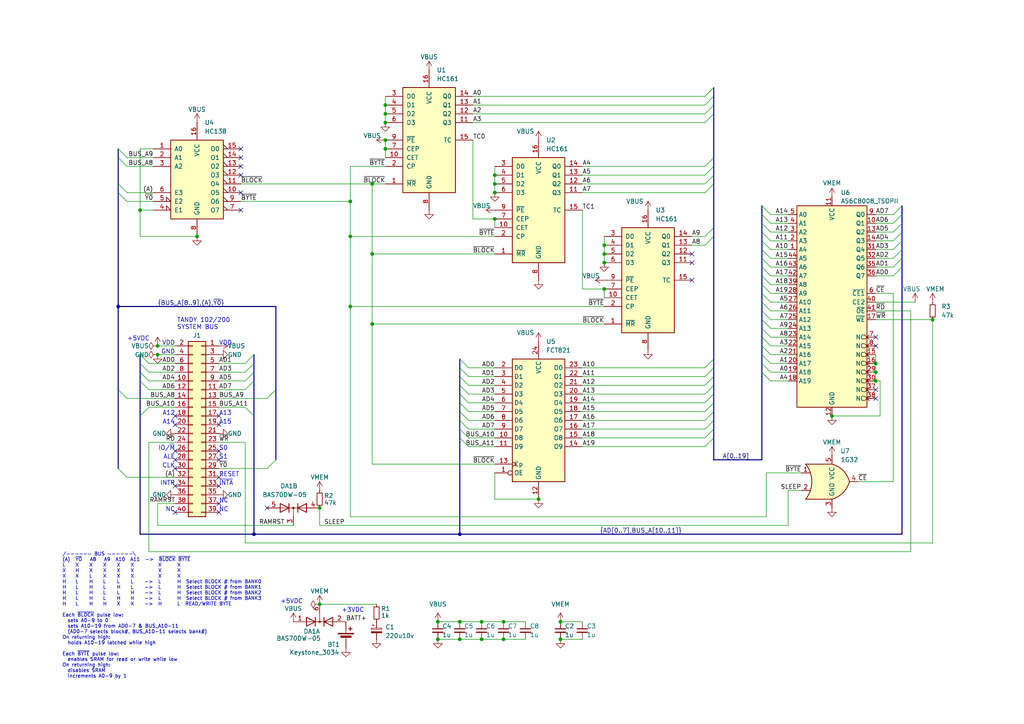
<source format=kicad_sch>
(kicad_sch (version 20231120) (generator "eeschema") (generator_version "8.0")
  (paper "A4")
  (title_block (title "MiniNDP 1M") (date "2024-05-12") (rev "001") (company "Brian K. White - b.kenyon.w@gmail.com") (comment 1 "github.com/bkw777/NODE_DATAPAC") (comment 2 "Use with RAM100.CO or RAM200.CO") (comment 3 "Work-alike of NODE Systems DATAPAC / RAMPAC"))
  (junction (at 143.51 53.34))
  (junction (at 127 180.34))
  (junction (at 175.26 71.12))
  (junction (at 146.05 180.34))
  (junction (at 101.6 88.9))
  (junction (at 175.26 73.66))
  (junction (at 45.72 100.33))
  (junction (at 111.76 40.64))
  (junction (at 101.6 58.42))
  (junction (at 162.56 180.34))
  (junction (at 45.72 102.87))
  (junction (at 156.21 144.78))
  (junction (at 146.05 185.42))
  (junction (at 143.51 63.5))
  (junction (at 133.35 180.34))
  (junction (at 73.66 154.94))
  (junction (at 175.26 83.82))
  (junction (at 92.71 147.32))
  (junction (at 175.26 76.2))
  (junction (at 143.51 55.88))
  (junction (at 133.35 154.94))
  (junction (at 92.71 175.26))
  (junction (at 139.7 185.42))
  (junction (at 254 107.95))
  (junction (at 127 185.42))
  (junction (at 111.76 43.18))
  (junction (at 107.95 53.34))
  (junction (at 111.76 30.48))
  (junction (at 57.15 68.58))
  (junction (at 40.64 60.96))
  (junction (at 133.35 185.42))
  (junction (at 101.6 68.58))
  (junction (at 139.7 180.34))
  (junction (at 254 110.49))
  (junction (at 107.95 93.98))
  (junction (at 34.29 88.9))
  (junction (at 111.76 33.02))
  (junction (at 107.95 73.66))
  (junction (at 241.3 120.65))
  (junction (at 111.76 35.56))
  (junction (at 270.51 92.71))
  (junction (at 254 105.41))
  (junction (at 143.51 50.8))
  (junction (at 162.56 185.42))
  (no_connect (at 63.5 138.43))
  (no_connect (at 200.66 73.66))
  (no_connect (at 69.85 50.8))
  (no_connect (at 63.5 123.19))
  (no_connect (at 254 97.79))
  (no_connect (at 254 115.57))
  (no_connect (at 50.8 148.59))
  (no_connect (at 63.5 130.81))
  (no_connect (at 63.5 148.59))
  (no_connect (at 69.85 60.96))
  (no_connect (at 254 113.03))
  (no_connect (at 50.8 130.81))
  (no_connect (at 200.66 81.28))
  (no_connect (at 50.8 120.65))
  (no_connect (at 69.85 55.88))
  (no_connect (at 50.8 123.19))
  (no_connect (at 69.85 43.18))
  (no_connect (at 50.8 140.97))
  (no_connect (at 69.85 45.72))
  (no_connect (at 254 100.33))
  (no_connect (at 200.66 76.2))
  (no_connect (at 50.8 133.35))
  (no_connect (at 50.8 135.89))
  (no_connect (at 63.5 146.05))
  (no_connect (at 63.5 120.65))
  (no_connect (at 63.5 133.35))
  (no_connect (at 63.5 140.97))
  (no_connect (at 69.85 48.26))
  (no_connect (at 77.47 147.32))
  (bus_entry (at 204.47 71.12) (size 2.54 -2.54))
  (bus_entry (at 259.08 64.77) (size 2.54 -2.54))
  (bus_entry (at 204.47 27.94) (size 2.54 -2.54))
  (bus_entry (at 43.18 110.49) (size -2.54 -2.54))
  (bus_entry (at 133.35 124.46) (size 2.54 2.54))
  (bus_entry (at 204.47 35.56) (size 2.54 -2.54))
  (bus_entry (at 223.52 72.39) (size -2.54 -2.54))
  (bus_entry (at 204.47 129.54) (size 2.54 -2.54))
  (bus_entry (at 40.64 120.65) (size 2.54 -2.54))
  (bus_entry (at 204.47 116.84) (size 2.54 -2.54))
  (bus_entry (at 133.35 127) (size 2.54 2.54))
  (bus_entry (at 223.52 74.93) (size -2.54 -2.54))
  (bus_entry (at 223.52 85.09) (size -2.54 -2.54))
  (bus_entry (at 204.47 119.38) (size 2.54 -2.54))
  (bus_entry (at 133.35 119.38) (size 2.54 2.54))
  (bus_entry (at 34.29 53.34) (size 2.54 2.54))
  (bus_entry (at 43.18 113.03) (size -2.54 -2.54))
  (bus_entry (at 223.52 97.79) (size -2.54 -2.54))
  (bus_entry (at 43.18 105.41) (size -2.54 -2.54))
  (bus_entry (at 34.29 43.18) (size 2.54 2.54))
  (bus_entry (at 223.52 80.01) (size -2.54 -2.54))
  (bus_entry (at 223.52 77.47) (size -2.54 -2.54))
  (bus_entry (at 223.52 69.85) (size -2.54 -2.54))
  (bus_entry (at 204.47 53.34) (size 2.54 -2.54))
  (bus_entry (at 223.52 82.55) (size -2.54 -2.54))
  (bus_entry (at 223.52 90.17) (size -2.54 -2.54))
  (bus_entry (at 71.12 105.41) (size 2.54 -2.54))
  (bus_entry (at 80.01 133.35) (size -2.54 2.54))
  (bus_entry (at 204.47 111.76) (size 2.54 -2.54))
  (bus_entry (at 223.52 105.41) (size -2.54 -2.54))
  (bus_entry (at 259.08 72.39) (size 2.54 -2.54))
  (bus_entry (at 204.47 121.92) (size 2.54 -2.54))
  (bus_entry (at 223.52 64.77) (size -2.54 -2.54))
  (bus_entry (at 80.01 113.03) (size -2.54 2.54))
  (bus_entry (at 259.08 74.93) (size 2.54 -2.54))
  (bus_entry (at 133.35 121.92) (size 2.54 2.54))
  (bus_entry (at 223.52 102.87) (size -2.54 -2.54))
  (bus_entry (at 34.29 45.72) (size 2.54 2.54))
  (bus_entry (at 204.47 50.8) (size 2.54 -2.54))
  (bus_entry (at 34.29 55.88) (size 2.54 2.54))
  (bus_entry (at 223.52 87.63) (size -2.54 -2.54))
  (bus_entry (at 259.08 80.01) (size 2.54 -2.54))
  (bus_entry (at 259.08 77.47) (size 2.54 -2.54))
  (bus_entry (at 43.18 107.95) (size -2.54 -2.54))
  (bus_entry (at 71.12 113.03) (size 2.54 -2.54))
  (bus_entry (at 204.47 68.58) (size 2.54 -2.54))
  (bus_entry (at 133.35 106.68) (size 2.54 2.54))
  (bus_entry (at 204.47 109.22) (size 2.54 -2.54))
  (bus_entry (at 223.52 92.71) (size -2.54 -2.54))
  (bus_entry (at 259.08 67.31) (size 2.54 -2.54))
  (bus_entry (at 133.35 116.84) (size 2.54 2.54))
  (bus_entry (at 259.08 62.23) (size 2.54 -2.54))
  (bus_entry (at 223.52 100.33) (size -2.54 -2.54))
  (bus_entry (at 223.52 110.49) (size -2.54 -2.54))
  (bus_entry (at 204.47 106.68) (size 2.54 -2.54))
  (bus_entry (at 223.52 95.25) (size -2.54 -2.54))
  (bus_entry (at 204.47 48.26) (size 2.54 -2.54))
  (bus_entry (at 259.08 69.85) (size 2.54 -2.54))
  (bus_entry (at 34.29 113.03) (size 2.54 2.54))
  (bus_entry (at 133.35 114.3) (size 2.54 2.54))
  (bus_entry (at 223.52 107.95) (size -2.54 -2.54))
  (bus_entry (at 204.47 33.02) (size 2.54 -2.54))
  (bus_entry (at 133.35 104.14) (size 2.54 2.54))
  (bus_entry (at 73.66 120.65) (size -2.54 -2.54))
  (bus_entry (at 204.47 114.3) (size 2.54 -2.54))
  (bus_entry (at 223.52 62.23) (size -2.54 -2.54))
  (bus_entry (at 71.12 107.95) (size 2.54 -2.54))
  (bus_entry (at 204.47 127) (size 2.54 -2.54))
  (bus_entry (at 133.35 109.22) (size 2.54 2.54))
  (bus_entry (at 133.35 111.76) (size 2.54 2.54))
  (bus_entry (at 223.52 67.31) (size -2.54 -2.54))
  (bus_entry (at 204.47 124.46) (size 2.54 -2.54))
  (bus_entry (at 36.83 138.43) (size -2.54 -2.54))
  (bus_entry (at 204.47 55.88) (size 2.54 -2.54))
  (bus_entry (at 71.12 110.49) (size 2.54 -2.54))
  (bus_entry (at 204.47 30.48) (size 2.54 -2.54))
  (bus (pts (xy 133.35 119.38) (xy 133.35 121.92)))
  (wire (pts (xy 135.89 106.68) (xy 143.51 106.68)))
  (bus (pts (xy 220.98 95.25) (xy 220.98 97.79)))
  (wire (pts (xy 101.6 149.86) (xy 222.25 149.86)))
  (bus (pts (xy 34.29 45.72) (xy 34.29 53.34)))
  (wire (pts (xy 111.76 40.64) (xy 111.76 43.18)))
  (wire (pts (xy 45.72 146.05) (xy 45.72 152.4)))
  (wire (pts (xy 223.52 82.55) (xy 228.6 82.55)))
  (wire (pts (xy 175.26 73.66) (xy 175.26 71.12)))
  (wire (pts (xy 200.66 68.58) (xy 204.47 68.58)))
  (bus (pts (xy 220.98 105.41) (xy 220.98 102.87)))
  (wire (pts (xy 111.76 30.48) (xy 111.76 33.02)))
  (wire (pts (xy 107.95 134.62) (xy 143.51 134.62)))
  (wire (pts (xy 254 80.01) (xy 259.08 80.01)))
  (wire (pts (xy 135.89 121.92) (xy 143.51 121.92)))
  (wire (pts (xy 143.51 137.16) (xy 143.51 144.78)))
  (wire (pts (xy 223.52 67.31) (xy 228.6 67.31)))
  (wire (pts (xy 168.91 114.3) (xy 204.47 114.3)))
  (bus (pts (xy 220.98 80.01) (xy 220.98 82.55)))
  (bus (pts (xy 220.98 133.35) (xy 220.98 107.95)))
  (wire (pts (xy 107.95 53.34) (xy 107.95 73.66)))
  (wire (pts (xy 137.16 27.94) (xy 204.47 27.94)))
  (wire (pts (xy 36.83 55.88) (xy 44.45 55.88)))
  (wire (pts (xy 222.25 137.16) (xy 222.25 149.86)))
  (wire (pts (xy 43.18 113.03) (xy 50.8 113.03)))
  (bus (pts (xy 80.01 88.9) (xy 80.01 113.03)))
  (wire (pts (xy 36.83 115.57) (xy 50.8 115.57)))
  (bus (pts (xy 220.98 62.23) (xy 220.98 64.77)))
  (wire (pts (xy 107.95 93.98) (xy 107.95 134.62)))
  (bus (pts (xy 207.01 121.92) (xy 207.01 124.46)))
  (wire (pts (xy 254 107.95) (xy 254 110.49)))
  (bus (pts (xy 40.64 105.41) (xy 40.64 107.95)))
  (wire (pts (xy 101.6 88.9) (xy 175.26 88.9)))
  (wire (pts (xy 175.26 83.82) (xy 168.91 83.82)))
  (bus (pts (xy 207.01 30.48) (xy 207.01 33.02)))
  (bus (pts (xy 207.01 33.02) (xy 207.01 45.72)))
  (wire (pts (xy 223.52 87.63) (xy 228.6 87.63)))
  (wire (pts (xy 69.85 58.42) (xy 101.6 58.42)))
  (wire (pts (xy 43.18 105.41) (xy 50.8 105.41)))
  (wire (pts (xy 135.89 129.54) (xy 143.51 129.54)))
  (bus (pts (xy 207.01 133.35) (xy 220.98 133.35)))
  (wire (pts (xy 63.5 115.57) (xy 77.47 115.57)))
  (wire (pts (xy 228.6 142.24) (xy 232.41 142.24)))
  (bus (pts (xy 207.01 50.8) (xy 207.01 53.34)))
  (bus (pts (xy 261.62 69.85) (xy 261.62 72.39)))
  (wire (pts (xy 254 74.93) (xy 259.08 74.93)))
  (bus (pts (xy 207.01 114.3) (xy 207.01 116.84)))
  (wire (pts (xy 168.91 127) (xy 204.47 127)))
  (wire (pts (xy 223.52 77.47) (xy 228.6 77.47)))
  (wire (pts (xy 143.51 48.26) (xy 143.51 50.8)))
  (bus (pts (xy 220.98 59.69) (xy 220.98 62.23)))
  (wire (pts (xy 168.91 106.68) (xy 204.47 106.68)))
  (wire (pts (xy 107.95 73.66) (xy 143.51 73.66)))
  (bus (pts (xy 73.66 120.65) (xy 73.66 154.94)))
  (wire (pts (xy 222.25 137.16) (xy 232.41 137.16)))
  (bus (pts (xy 73.66 154.94) (xy 133.35 154.94)))
  (wire (pts (xy 223.52 64.77) (xy 228.6 64.77)))
  (wire (pts (xy 127 180.34) (xy 133.35 180.34)))
  (wire (pts (xy 168.91 124.46) (xy 204.47 124.46)))
  (bus (pts (xy 220.98 77.47) (xy 220.98 80.01)))
  (wire (pts (xy 168.91 116.84) (xy 204.47 116.84)))
  (wire (pts (xy 223.52 90.17) (xy 228.6 90.17)))
  (bus (pts (xy 220.98 74.93) (xy 220.98 77.47)))
  (wire (pts (xy 223.52 100.33) (xy 228.6 100.33)))
  (wire (pts (xy 111.76 45.72) (xy 111.76 43.18)))
  (bus (pts (xy 133.35 154.94) (xy 261.62 154.94)))
  (wire (pts (xy 162.56 180.34) (xy 168.91 180.34)))
  (wire (pts (xy 45.72 100.33) (xy 50.8 100.33)))
  (wire (pts (xy 133.35 185.42) (xy 139.7 185.42)))
  (wire (pts (xy 270.51 92.71) (xy 270.51 157.48)))
  (wire (pts (xy 71.12 128.27) (xy 71.12 157.48)))
  (bus (pts (xy 40.64 120.65) (xy 40.64 154.94)))
  (wire (pts (xy 175.26 83.82) (xy 175.26 86.36)))
  (wire (pts (xy 223.52 69.85) (xy 228.6 69.85)))
  (bus (pts (xy 220.98 69.85) (xy 220.98 72.39)))
  (wire (pts (xy 135.89 119.38) (xy 143.51 119.38)))
  (bus (pts (xy 261.62 72.39) (xy 261.62 74.93)))
  (bus (pts (xy 220.98 82.55) (xy 220.98 85.09)))
  (wire (pts (xy 63.5 105.41) (xy 71.12 105.41)))
  (wire (pts (xy 200.66 71.12) (xy 204.47 71.12)))
  (wire (pts (xy 43.18 110.49) (xy 50.8 110.49)))
  (wire (pts (xy 146.05 185.42) (xy 152.4 185.42)))
  (bus (pts (xy 34.29 113.03) (xy 34.29 135.89)))
  (wire (pts (xy 175.26 71.12) (xy 175.26 68.58)))
  (bus (pts (xy 34.29 55.88) (xy 34.29 88.9)))
  (bus (pts (xy 207.01 111.76) (xy 207.01 114.3)))
  (wire (pts (xy 162.56 185.42) (xy 168.91 185.42)))
  (bus (pts (xy 261.62 64.77) (xy 261.62 67.31)))
  (wire (pts (xy 107.95 53.34) (xy 111.76 53.34)))
  (bus (pts (xy 207.01 106.68) (xy 207.01 109.22)))
  (bus (pts (xy 207.01 116.84) (xy 207.01 119.38)))
  (wire (pts (xy 168.91 119.38) (xy 204.47 119.38)))
  (bus (pts (xy 207.01 25.4) (xy 207.01 27.94)))
  (wire (pts (xy 223.52 97.79) (xy 228.6 97.79)))
  (wire (pts (xy 241.3 120.65) (xy 255.27 120.65)))
  (bus (pts (xy 133.35 116.84) (xy 133.35 119.38)))
  (wire (pts (xy 133.35 180.34) (xy 139.7 180.34)))
  (wire (pts (xy 101.6 68.58) (xy 101.6 88.9)))
  (wire (pts (xy 137.16 40.64) (xy 137.16 63.5)))
  (wire (pts (xy 137.16 35.56) (xy 204.47 35.56)))
  (bus (pts (xy 207.01 109.22) (xy 207.01 111.76)))
  (wire (pts (xy 127 185.42) (xy 133.35 185.42)))
  (bus (pts (xy 80.01 113.03) (xy 80.01 133.35)))
  (wire (pts (xy 168.91 129.54) (xy 204.47 129.54)))
  (wire (pts (xy 254 92.71) (xy 270.51 92.71)))
  (wire (pts (xy 254 69.85) (xy 259.08 69.85)))
  (wire (pts (xy 135.89 109.22) (xy 143.51 109.22)))
  (bus (pts (xy 40.64 110.49) (xy 40.64 120.65)))
  (wire (pts (xy 63.5 128.27) (xy 71.12 128.27)))
  (bus (pts (xy 207.01 127) (xy 207.01 133.35)))
  (wire (pts (xy 228.6 142.24) (xy 228.6 152.4)))
  (wire (pts (xy 135.89 127) (xy 143.51 127)))
  (wire (pts (xy 223.52 62.23) (xy 228.6 62.23)))
  (wire (pts (xy 139.7 185.42) (xy 146.05 185.42)))
  (wire (pts (xy 168.91 109.22) (xy 204.47 109.22)))
  (wire (pts (xy 143.51 50.8) (xy 143.51 53.34)))
  (wire (pts (xy 45.72 102.87) (xy 50.8 102.87)))
  (bus (pts (xy 207.01 53.34) (xy 207.01 66.04)))
  (wire (pts (xy 111.76 27.94) (xy 111.76 30.48)))
  (bus (pts (xy 133.35 104.14) (xy 133.35 106.68)))
  (bus (pts (xy 207.01 66.04) (xy 207.01 68.58)))
  (wire (pts (xy 101.6 68.58) (xy 143.51 68.58)))
  (bus (pts (xy 261.62 62.23) (xy 261.62 64.77)))
  (wire (pts (xy 69.85 53.34) (xy 107.95 53.34)))
  (wire (pts (xy 137.16 63.5) (xy 143.51 63.5)))
  (bus (pts (xy 34.29 53.34) (xy 34.29 55.88)))
  (wire (pts (xy 40.64 60.96) (xy 40.64 68.58)))
  (bus (pts (xy 133.35 127) (xy 133.35 154.94)))
  (bus (pts (xy 261.62 74.93) (xy 261.62 77.47)))
  (bus (pts (xy 220.98 72.39) (xy 220.98 74.93)))
  (bus (pts (xy 73.66 105.41) (xy 73.66 107.95)))
  (bus (pts (xy 220.98 64.77) (xy 220.98 67.31)))
  (bus (pts (xy 261.62 59.69) (xy 261.62 62.23)))
  (bus (pts (xy 220.98 85.09) (xy 220.98 87.63)))
  (bus (pts (xy 73.66 107.95) (xy 73.66 110.49)))
  (wire (pts (xy 254 72.39) (xy 259.08 72.39)))
  (wire (pts (xy 168.91 50.8) (xy 204.47 50.8)))
  (bus (pts (xy 220.98 97.79) (xy 220.98 100.33)))
  (wire (pts (xy 135.89 114.3) (xy 143.51 114.3)))
  (wire (pts (xy 101.6 48.26) (xy 111.76 48.26)))
  (wire (pts (xy 223.52 85.09) (xy 228.6 85.09)))
  (bus (pts (xy 220.98 90.17) (xy 220.98 92.71)))
  (bus (pts (xy 133.35 111.76) (xy 133.35 114.3)))
  (wire (pts (xy 254 105.41) (xy 254 107.95)))
  (wire (pts (xy 101.6 88.9) (xy 101.6 149.86)))
  (bus (pts (xy 40.64 107.95) (xy 40.64 110.49)))
  (wire (pts (xy 175.26 76.2) (xy 175.26 73.66)))
  (wire (pts (xy 168.91 55.88) (xy 204.47 55.88)))
  (bus (pts (xy 261.62 77.47) (xy 261.62 154.94)))
  (wire (pts (xy 146.05 180.34) (xy 152.4 180.34)))
  (wire (pts (xy 40.64 68.58) (xy 57.15 68.58)))
  (wire (pts (xy 63.5 107.95) (xy 71.12 107.95)))
  (bus (pts (xy 207.01 124.46) (xy 207.01 127)))
  (wire (pts (xy 168.91 83.82) (xy 168.91 60.96)))
  (wire (pts (xy 168.91 53.34) (xy 204.47 53.34)))
  (wire (pts (xy 168.91 121.92) (xy 204.47 121.92)))
  (wire (pts (xy 223.52 72.39) (xy 228.6 72.39)))
  (wire (pts (xy 248.92 139.7) (xy 259.08 139.7)))
  (wire (pts (xy 223.52 80.01) (xy 228.6 80.01)))
  (bus (pts (xy 34.29 43.18) (xy 34.29 45.72)))
  (bus (pts (xy 261.62 67.31) (xy 261.62 69.85)))
  (bus (pts (xy 207.01 48.26) (xy 207.01 50.8)))
  (bus (pts (xy 73.66 102.87) (xy 73.66 105.41)))
  (wire (pts (xy 254 67.31) (xy 259.08 67.31)))
  (wire (pts (xy 135.89 116.84) (xy 143.51 116.84)))
  (bus (pts (xy 220.98 100.33) (xy 220.98 102.87)))
  (wire (pts (xy 40.64 43.18) (xy 40.64 60.96)))
  (wire (pts (xy 223.52 107.95) (xy 228.6 107.95)))
  (wire (pts (xy 254 102.87) (xy 254 105.41)))
  (wire (pts (xy 254 64.77) (xy 259.08 64.77)))
  (bus (pts (xy 133.35 121.92) (xy 133.35 124.46)))
  (wire (pts (xy 254 62.23) (xy 259.08 62.23)))
  (bus (pts (xy 133.35 109.22) (xy 133.35 111.76)))
  (wire (pts (xy 223.52 102.87) (xy 228.6 102.87)))
  (bus (pts (xy 207.01 27.94) (xy 207.01 30.48)))
  (wire (pts (xy 254 77.47) (xy 259.08 77.47)))
  (wire (pts (xy 43.18 128.27) (xy 43.18 160.02)))
  (wire (pts (xy 43.18 107.95) (xy 50.8 107.95)))
  (bus (pts (xy 207.01 104.14) (xy 207.01 106.68)))
  (wire (pts (xy 101.6 58.42) (xy 101.6 68.58)))
  (wire (pts (xy 63.5 113.03) (xy 71.12 113.03)))
  (bus (pts (xy 207.01 45.72) (xy 207.01 48.26)))
  (bus (pts (xy 34.29 88.9) (xy 34.29 113.03)))
  (wire (pts (xy 40.64 43.18) (xy 44.45 43.18)))
  (wire (pts (xy 63.5 118.11) (xy 71.12 118.11)))
  (wire (pts (xy 50.8 128.27) (xy 43.18 128.27)))
  (wire (pts (xy 270.51 157.48) (xy 71.12 157.48)))
  (wire (pts (xy 254 87.63) (xy 265.43 87.63)))
  (wire (pts (xy 63.5 110.49) (xy 71.12 110.49)))
  (wire (pts (xy 36.83 48.26) (xy 44.45 48.26)))
  (wire (pts (xy 143.51 53.34) (xy 143.51 55.88)))
  (wire (pts (xy 259.08 85.09) (xy 259.08 139.7)))
  (wire (pts (xy 223.52 110.49) (xy 228.6 110.49)))
  (bus (pts (xy 220.98 92.71) (xy 220.98 95.25)))
  (wire (pts (xy 137.16 30.48) (xy 204.47 30.48)))
  (wire (pts (xy 255.27 110.49) (xy 254 110.49)))
  (bus (pts (xy 34.29 88.9) (xy 80.01 88.9)))
  (wire (pts (xy 63.5 135.89) (xy 77.47 135.89)))
  (wire (pts (xy 92.71 175.26) (xy 109.22 175.26)))
  (wire (pts (xy 135.89 111.76) (xy 143.51 111.76)))
  (wire (pts (xy 111.76 33.02) (xy 111.76 35.56)))
  (wire (pts (xy 223.52 105.41) (xy 228.6 105.41)))
  (bus (pts (xy 73.66 110.49) (xy 73.66 120.65)))
  (wire (pts (xy 45.72 146.05) (xy 50.8 146.05)))
  (wire (pts (xy 137.16 33.02) (xy 204.47 33.02)))
  (wire (pts (xy 107.95 73.66) (xy 107.95 93.98)))
  (bus (pts (xy 207.01 68.58) (xy 207.01 104.14)))
  (wire (pts (xy 143.51 144.78) (xy 156.21 144.78)))
  (bus (pts (xy 133.35 114.3) (xy 133.35 116.84)))
  (wire (pts (xy 255.27 110.49) (xy 255.27 120.65)))
  (wire (pts (xy 139.7 180.34) (xy 146.05 180.34)))
  (wire (pts (xy 43.18 118.11) (xy 50.8 118.11)))
  (wire (pts (xy 223.52 74.93) (xy 228.6 74.93)))
  (wire (pts (xy 259.08 85.09) (xy 254 85.09)))
  (bus (pts (xy 220.98 107.95) (xy 220.98 105.41)))
  (wire (pts (xy 168.91 48.26) (xy 204.47 48.26)))
  (bus (pts (xy 220.98 87.63) (xy 220.98 90.17)))
  (wire (pts (xy 254 90.17) (xy 264.16 90.17)))
  (wire (pts (xy 143.51 63.5) (xy 143.51 66.04)))
  (bus (pts (xy 220.98 67.31) (xy 220.98 69.85)))
  (wire (pts (xy 36.83 58.42) (xy 44.45 58.42)))
  (wire (pts (xy 135.89 124.46) (xy 143.51 124.46)))
  (wire (pts (xy 264.16 160.02) (xy 264.16 90.17)))
  (wire (pts (xy 36.83 138.43) (xy 50.8 138.43)))
  (bus (pts (xy 40.64 102.87) (xy 40.64 105.41)))
  (wire (pts (xy 223.52 92.71) (xy 228.6 92.71)))
  (wire (pts (xy 101.6 48.26) (xy 101.6 58.42)))
  (wire (pts (xy 36.83 45.72) (xy 44.45 45.72)))
  (bus (pts (xy 133.35 124.46) (xy 133.35 127)))
  (wire (pts (xy 168.91 111.76) (xy 204.47 111.76)))
  (wire (pts (xy 45.72 152.4) (xy 85.09 152.4)))
  (wire (pts (xy 92.71 152.4) (xy 228.6 152.4)))
  (wire (pts (xy 223.52 95.25) (xy 228.6 95.25)))
  (bus (pts (xy 133.35 106.68) (xy 133.35 109.22)))
  (bus (pts (xy 40.64 154.94) (xy 73.66 154.94)))
  (bus (pts (xy 207.01 119.38) (xy 207.01 121.92)))
  (wire (pts (xy 40.64 60.96) (xy 44.45 60.96)))
  (wire (pts (xy 107.95 93.98) (xy 175.26 93.98)))
  (wire (pts (xy 92.71 152.4) (xy 92.71 147.32)))
  (wire (pts (xy 43.18 160.02) (xy 264.16 160.02)))
  (text "TANDY 102/200\nSYSTEM BUS" (at 51.308 95.758 0) (effects (font (size 1.27 1.27)) (justify left bottom)))
  (text "+5VDC" (at 36.83 99.06 0) (effects (font (size 1.27 1.27)) (justify left bottom)))
  (text "A15" (at 63.5 123.19 0) (effects (font (size 1.27 1.27)) (justify left bottom)))
  (text "INTR" (at 50.8 140.97 0) (effects (font (size 1.27 1.27)) (justify right bottom)))
  (text "A14" (at 50.8 123.19 0) (effects (font (size 1.27 1.27)) (justify right bottom)))
  (text "ALE" (at 50.8 133.35 0) (effects (font (size 1.27 1.27)) (justify right bottom)))
  (text "S1" (at 63.5 133.35 0) (effects (font (size 1.27 1.27)) (justify left bottom)))
  (text "NC" (at 63.5 148.59 0) (effects (font (size 1.27 1.27)) (justify left bottom)))
  (text "NC" (at 63.5 146.05 0) (effects (font (size 1.27 1.27)) (justify left bottom)))
  (text "~{INTA}" (at 63.5 140.97 0) (effects (font (size 1.27 1.27)) (justify left bottom)))
  (text "CLK" (at 50.8 135.89 0) (effects (font (size 1.27 1.27)) (justify right bottom)))
  (text "GND" (at 50.8 102.87 0) (effects (font (size 1.27 1.27)) (justify right bottom)))
  (text "IO/~{M}" (at 50.8 130.81 0) (effects (font (size 1.27 1.27)) (justify right bottom)))
  (text "VDD" (at 50.8 100.33 0) (effects (font (size 1.27 1.27)) (justify right bottom)))
  (text "/------ BUS ------\\\n(A)	~{YO}   A8   A9  A10  A11  ->  ~{BLOCK} ~{BYTE}\nL	X	X	X	X	X		X	  X\nX	H	X	X	X	X		X	  X\nX	X	L	X	X	X		X	  X\nH	L	H	L	L	L	->  L	  H  Select BLOCK # from BANK0\nH	L	H	L	H	L	->  L	  H  Select BLOCK # from BANK1\nH	L	H	L	L	H	->  L	  H  Select BLOCK # from BANK2\nH	L	H	L	H	H	->  L	  H  Select BLOCK # from BANK3\nH	L	H	H	X	X	->  H	  L  READ/WRITE BYTE\n\nEach ~{BLOCK} pulse low:\n  sets A0-9 to 0\n  sets A10-19 from AD0-7 & BUS_A10-11\n  (AD0-7 selects block#, BUS_A10-11 selects bank#)\nOn returning high:\n  holds A10-19 latched while high\n\nEach ~{BYTE} pulse low:\n  enables SRAM for read or write while low\nOn returning high:\n  disables SRAM\n  increments A0-9 by 1\n" (at 18.034 196.85 0) (effects (font (size 1 1)) (justify left bottom)))
  (text "+3VDC" (at 99.06 177.8 0) (effects (font (size 1.27 1.27)) (justify left bottom)))
  (text "S0" (at 63.5 130.81 0) (effects (font (size 1.27 1.27)) (justify left bottom)))
  (text "RESET" (at 63.5 138.43 0) (effects (font (size 1.27 1.27)) (justify left bottom)))
  (text "NC" (at 50.8 148.59 0) (effects (font (size 1.27 1.27)) (justify right bottom)))
  (text "VDD" (at 63.5 100.33 0) (effects (font (size 1.27 1.27)) (justify left bottom)))
  (text "+5VDC" (at 81.28 175.26 0) (effects (font (size 1.27 1.27)) (justify left bottom)))
  (text "A13" (at 63.5 120.65 0) (effects (font (size 1.27 1.27)) (justify left bottom)))
  (text "A12" (at 50.8 120.65 0) (effects (font (size 1.27 1.27)) (justify right bottom)))
  (label "BUS_A8" (at 50.8 115.57 180))
  (label "~{RD}" (at 254 90.17 0))
  (label "A17" (at 168.91 124.46 0))
  (label "BUS_A11" (at 143.51 129.54 180))
  (label "BATT+" (at 100.33 180.34 0))
  (label "AD3" (at 63.5 107.95 0))
  (label "A5" (at 168.91 50.8 0))
  (label "A1" (at 228.6 105.41 180))
  (label "~{CE}" (at 254 85.09 0))
  (label "A7" (at 228.6 92.71 180))
  (label "A2" (at 137.16 33.02 0))
  (label "AD5" (at 143.51 119.38 180))
  (label "A13" (at 228.6 64.77 180))
  (label "AD0" (at 254 80.01 0))
  (label "A1" (at 137.16 30.48 0))
  (label "~{CE}" (at 248.92 139.7 0))
  (label "~{BLOCK}" (at 143.51 73.66 180))
  (label "A16" (at 228.6 77.47 180))
  (label "A11" (at 168.91 109.22 0))
  (label "AD6" (at 143.51 121.92 180))
  (label "~{Y0}" (at 44.45 58.42 180))
  (label "AD1" (at 63.5 105.41 0))
  (label "A6" (at 168.91 53.34 0))
  (label "A7" (at 168.91 55.88 0))
  (label "{AD[0..7],BUS_A[10..11]}" (at 173.99 154.94 0))
  (label "A9" (at 200.66 68.58 0))
  (label "AD5" (at 254 67.31 0))
  (label "A10" (at 168.91 106.68 0))
  (label "RAMRST" (at 50.8 146.05 180))
  (label "AD7" (at 63.5 113.03 0))
  (label "A0" (at 137.16 27.94 0))
  (label "AD2" (at 50.8 107.95 180))
  (label "~{Y0}" (at 63.5 135.89 0))
  (label "AD1" (at 254 77.47 0))
  (label "A12" (at 168.91 111.76 0))
  (label "A17" (at 228.6 80.01 180))
  (label "AD0" (at 143.51 106.68 180))
  (label "A3" (at 228.6 100.33 180))
  (label "A[0..19]" (at 209.55 133.35 0))
  (label "A8" (at 228.6 97.79 180))
  (label "(A)" (at 44.45 55.88 180))
  (label "A18" (at 228.6 82.55 180))
  (label "A18" (at 168.91 127 0))
  (label "RAMRST" (at 82.55 152.4 180))
  (label "AD6" (at 50.8 113.03 180))
  (label "A2" (at 228.6 102.87 180))
  (label "A15" (at 228.6 74.93 180))
  (label "~{BLOCK}" (at 69.85 53.34 0))
  (label "A6" (at 228.6 90.17 180))
  (label "BUS_A11" (at 63.5 118.11 0))
  (label "A9" (at 228.6 95.25 180))
  (label "~{BLOCK}" (at 175.26 93.98 180))
  (label "AD4" (at 143.51 116.84 180))
  (label "~{BYTE}" (at 111.76 48.26 180))
  (label "AD7" (at 254 62.23 0))
  (label "AD4" (at 254 69.85 0))
  (label "AD2" (at 143.51 111.76 180))
  (label "A15" (at 168.91 119.38 0))
  (label "A13" (at 168.91 114.3 0))
  (label "BUS_A10" (at 143.51 127 180))
  (label "A8" (at 200.66 71.12 0))
  (label "~{BYTE}" (at 175.26 88.9 180))
  (label "~{BYTE}" (at 143.51 68.58 180))
  (label "BUS_A10" (at 50.8 118.11 180))
  (label "AD0" (at 50.8 105.41 180))
  (label "~{WR}" (at 254 92.71 0))
  (label "A16" (at 168.91 121.92 0))
  (label "A4" (at 168.91 48.26 0))
  (label "AD3" (at 254 72.39 0))
  (label "{BUS_A[8..9],(A),~{Y0}}" (at 45.72 88.9 0))
  (label "A3" (at 137.16 35.56 0))
  (label "BUS_A9" (at 44.45 45.72 180))
  (label "AD4" (at 50.8 110.49 180))
  (label "A11" (at 228.6 69.85 180))
  (label "A12" (at 228.6 67.31 180))
  (label "A0" (at 228.6 107.95 180))
  (label "~{BLOCK}" (at 143.51 134.62 180))
  (label "A14" (at 168.91 116.84 0))
  (label "A5" (at 228.6 87.63 180))
  (label "SLEEP" (at 232.41 142.24 180))
  (label "BUS_A8" (at 44.45 48.26 180))
  (label "AD2" (at 254 74.93 0))
  (label "AD7" (at 143.51 124.46 180))
  (label "A14" (at 228.6 62.23 180))
  (label "AD1" (at 143.51 109.22 180))
  (label "A19" (at 168.91 129.54 0))
  (label "A19" (at 228.6 85.09 180))
  (label "~{WR}" (at 63.5 128.27 0))
  (label "~{BYTE}" (at 232.41 137.16 180))
  (label "(A)" (at 50.8 138.43 180))
  (label "A10" (at 228.6 72.39 180))
  (label "BUS_A9" (at 63.5 115.57 0))
  (label "AD6" (at 254 64.77 0))
  (label "TC0" (at 137.16 40.64 0))
  (label "TC1" (at 168.91 60.96 0))
  (label "~{RD}" (at 50.8 128.27 180))
  (label "AD5" (at 63.5 110.49 0))
  (label "~{BLOCK}" (at 111.76 53.34 180))
  (label "~{BYTE}" (at 69.85 58.42 0))
  (label "SLEEP" (at 93.98 152.4 0))
  (label "A4" (at 228.6 110.49 180))
  (label "AD3" (at 143.51 114.3 180))
  (symbol (lib_id "000_LOCAL:C_Polarized") (at 109.22 182.88 0) (unit 1)
    (property "Reference" "C1" (at 111.76 181.864 0) (effects (justify left)))
    (property "Value" "220u10v" (at 111.76 184.404 0) (effects (justify left)))
    (property "Footprint" "000_LOCAL:CP_6032" (effects (hide yes)))
    (property "Datasheet" "datasheets/TAJ.odf" (effects (hide yes)))
  )
  (symbol (lib_id "power:GND") (at 175.26 76.2 0) (unit 1)
    (property "Reference" "#PWR034" (effects (hide yes)))
    (property "Value" "GND" (effects (hide yes)))
    (property "Description" "Power symbol creates a global label with name \"GND\" , ground" (effects (hide yes)))
  )
  (symbol (lib_id "000_LOCAL:AS6C8008_TSOPII") (at 241.3 82.55 0) (unit 1)
    (property "Reference" "U6" (at 243.84 55.88 0) (effects (justify left)))
    (property "Value" "AS6C8008_TSOPII" (at 243.84 59.055 0) (effects (justify left bottom)))
    (property "Footprint" "000_LOCAL:TSOP-II-44" (effects (hide yes)))
    (property "Datasheet" "datasheets/AS6C8008.pdf" (effects (hide yes)))
    (property "Description" "1024K x 8 High-Speed CMOS Static RAM, TSOP-II-44" (effects (hide yes)))
  )
  (symbol (lib_name "C_1") (lib_id "000_LOCAL:C") (at 168.91 182.88 0) (unit 1)
    (property "Reference" "C3" (at 170.18 181.61 0) (effects (justify left)))
    (property "Value" "1u" (at 170.18 184.15 0) (effects (justify left)))
    (property "Footprint" "000_LOCAL:C_0805" (effects (hide yes)))
  )
  (symbol (lib_id "power:GND") (at 63.5 143.51 90) (unit 1)
    (property "Reference" "#PWR08" (effects (hide yes)))
    (property "Value" "GND" (at 66.04 143.51 90) (effects (justify right)))
    (property "Description" "Power symbol creates a global label with name \"GND\" , ground" (effects (hide yes)))
  )
  (symbol (lib_id "power:VMEM") (at 92.71 175.26 0) (unit 1)
    (property "Reference" "#PWR010" (effects (hide yes)))
    (property "Value" "VMEM" (at 92.71 171.45 0))
    (property "Description" "Power symbol creates a global label with name \"VMEM\"" (effects (hide yes)))
  )
  (symbol (lib_id "power:VBUS") (at 45.72 100.33 0) (unit 1)
    (property "Reference" "#PWR01" (effects (hide yes)))
    (property "Value" "VBUS" (at 43.18 100.33 0) (effects (justify right)))
    (property "Description" "Power symbol creates a global label with name \"VBUS\"" (effects (hide yes)))
  )
  (symbol (lib_id "000_LOCAL:74xx821") (at 156.21 119.38 0) (unit 1)
    (property "Reference" "U5" (at 158.4041 99.06 0) (effects (justify left)))
    (property "Value" "FCT821" (at 158.4041 101.6 0) (effects (justify left)))
    (property "Footprint" "000_LOCAL:SSOP-24" (effects (hide yes)))
    (property "Datasheet" "datasheets/CY74FCT821T.pdf" (effects (hide yes)))
    (property "Description" "10-bit Register, 3-state outputs" (effects (hide yes)))
  )
  (symbol (lib_id "000_LOCAL:Battery_Cell") (at 100.33 185.42 0) (unit 1)
    (property "Reference" "BT1" (at 96.774 186.944 0))
    (property "Value" "Keystone_3034" (at 91.186 189.23 0))
    (property "Footprint" "000_LOCAL:Keystone_3028_3034" (effects (hide yes)))
    (property "Datasheet" "datasheets/Keystone_3034.pdf" (effects (hide yes)))
  )
  (symbol (lib_id "power:VBUS") (at 143.51 60.96 90) (unit 1)
    (property "Reference" "#PWR035" (effects (hide yes)))
    (property "Value" "VBUS" (at 139.7 59.69 90))
    (property "Description" "Power symbol creates a global label with name \"VBUS\"" (effects (hide yes)))
  )
  (symbol (lib_id "power:GND") (at 57.15 68.58 0) (unit 1)
    (property "Reference" "#PWR022" (effects (hide yes)))
    (property "Value" "GND" (effects (hide yes)))
    (property "Description" "Power symbol creates a global label with name \"GND\" , ground" (effects (hide yes)))
  )
  (symbol (lib_id "power:VMEM") (at 92.71 142.24 0) (unit 1)
    (property "Reference" "#PWR013" (effects (hide yes)))
    (property "Value" "VMEM" (at 92.71 138.43 0))
    (property "Description" "Power symbol creates a global label with name \"VMEM\"" (effects (hide yes)))
  )
  (symbol (lib_id "power:GND") (at 50.8 125.73 270) (unit 1)
    (property "Reference" "#PWR05" (effects (hide yes)))
    (property "Value" "GND" (at 48.26 125.73 90) (effects (justify right)))
    (property "Description" "Power symbol creates a global label with name \"GND\" , ground" (effects (hide yes)))
  )
  (symbol (lib_id "power:VBUS") (at 265.43 87.63 0) (unit 1)
    (property "Reference" "#PWR026" (effects (hide yes)))
    (property "Value" "VBUS" (at 264.414 83.82 0))
    (property "Description" "Power symbol creates a global label with name \"VBUS\"" (effects (hide yes)))
  )
  (symbol (lib_id "power:VMEM") (at 241.3 57.15 0) (unit 1)
    (property "Reference" "#PWR012" (effects (hide yes)))
    (property "Value" "VMEM" (at 241.3 53.086 0))
    (property "Description" "Power symbol creates a global label with name \"VMEM\"" (effects (hide yes)))
  )
  (symbol (lib_id "power:PWR_FLAG") (at 45.72 100.33 90) (unit 1)
    (property "Reference" "#FLG01" (effects (hide yes)))
    (property "Value" "PWR_FLAG" (effects (hide yes)))
    (property "Description" "Special symbol for telling ERC where power comes from" (effects (hide yes)))
  )
  (symbol (lib_id "000_LOCAL:BAV70S") (at 92.71 180.34 0) (mirror x) (unit 1)
    (property "Reference" "DA1" (at 90.424 183.134 0))
    (property "Value" "BAS70DW-05" (at 86.614 185.166 0))
    (property "Footprint" "000_LOCAL:SOT-363_SC-70-6_symmetric" (effects (hide yes)))
    (property "Datasheet" "datasheets/BAS70.pdf" (effects (hide yes)))
  )
  (symbol (lib_id "power:GND") (at 100.33 187.96 0) (unit 1)
    (property "Reference" "#PWR058" (effects (hide yes)))
    (property "Value" "GND" (effects (hide yes)))
    (property "Description" "Power symbol creates a global label with name \"GND\" , ground" (effects (hide yes)))
  )
  (symbol (lib_id "power:GND") (at 156.21 81.28 0) (unit 1)
    (property "Reference" "#PWR019" (effects (hide yes)))
    (property "Value" "GND" (effects (hide yes)))
    (property "Description" "Power symbol creates a global label with name \"GND\" , ground" (effects (hide yes)))
  )
  (symbol (lib_id "000_LOCAL:74xx161") (at 187.96 81.28 0) (unit 1)
    (property "Reference" "U3" (at 190.1541 60.96 0) (effects (justify left)))
    (property "Value" "HC161" (at 190.1541 63.5 0) (effects (justify left)))
    (property "Footprint" "000_LOCAL:TSSOP-16" (effects (hide yes)))
    (property "Datasheet" "datasheets/74xx161.pdf" (effects (hide yes)))
  )
  (symbol (lib_id "power:GND") (at 50.8 143.51 270) (unit 1)
    (property "Reference" "#PWR07" (effects (hide yes)))
    (property "Value" "GND" (at 48.26 143.51 90) (effects (justify right)))
    (property "Description" "Power symbol creates a global label with name \"GND\" , ground" (effects (hide yes)))
  )
  (symbol (lib_id "power:VBUS") (at 63.5 100.33 270) (unit 1)
    (property "Reference" "#PWR042" (effects (hide yes)))
    (property "Value" "VBUS" (at 68.58 100.33 90))
    (property "Description" "Power symbol creates a global label with name \"VBUS\"" (effects (hide yes)))
  )
  (symbol (lib_id "power:GND") (at 241.3 120.65 0) (unit 1)
    (property "Reference" "#PWR057" (effects (hide yes)))
    (property "Value" "GND" (effects (hide yes)))
    (property "Description" "Power symbol creates a global label with name \"GND\" , ground" (effects (hide yes)))
  )
  (symbol (lib_id "power:GND") (at 45.72 102.87 0) (unit 1)
    (property "Reference" "#PWR03" (effects (hide yes)))
    (property "Value" "GND" (at 43.18 102.87 0) (effects (justify right)))
    (property "Description" "Power symbol creates a global label with name \"GND\" , ground" (effects (hide yes)))
  )
  (symbol (lib_name "74xx161_1") (lib_id "000_LOCAL:74xx161") (at 124.46 40.64 0) (unit 1)
    (property "Reference" "U1" (at 126.6541 20.32 0) (effects (justify left)))
    (property "Value" "HC161" (at 126.6541 22.86 0) (effects (justify left)))
    (property "Footprint" "000_LOCAL:TSSOP-16" (effects (hide yes)))
    (property "Datasheet" "datasheets/74xx161.pdf" (effects (hide yes)))
  )
  (symbol (lib_id "000_LOCAL:BAV70S") (at 85.09 147.32 0) (mirror y) (unit 2)
    (property "Reference" "DA1" (at 83.82 140.97 0))
    (property "Value" "BAS70DW-05" (at 82.55 143.51 0))
    (property "Footprint" "000_LOCAL:SOT-363_SC-70-6_symmetric" (effects (hide yes)))
    (property "Datasheet" "datasheets/BAS70.pdf" (effects (hide yes)))
  )
  (symbol (lib_id "power:VMEM") (at 162.56 180.34 0) (unit 1)
    (property "Reference" "#PWR055" (effects (hide yes)))
    (property "Value" "VMEM" (at 162.56 175.26 0))
    (property "Description" "Power symbol creates a global label with name \"VMEM\"" (effects (hide yes)))
  )
  (symbol (lib_id "000_LOCAL:74xx138") (at 57.15 50.8 0) (unit 1)
    (property "Reference" "U4" (at 59.3441 35.56 0) (effects (justify left)))
    (property "Value" "HC138" (at 59.3441 38.1 0) (effects (justify left)))
    (property "Footprint" "000_LOCAL:TSSOP-16" (effects (hide yes)))
    (property "Datasheet" "datasheets/74xx138.pdf" (effects (hide yes)))
  )
  (symbol (lib_id "000_LOCAL:C") (at 146.05 182.88 0) (unit 1)
    (property "Reference" "C7" (at 147.32 181.61 0) (effects (justify left)))
    (property "Value" "1u" (at 147.32 184.15 0) (effects (justify left)))
    (property "Footprint" "000_LOCAL:C_0805" (effects (hide yes)))
  )
  (symbol (lib_id "power:GND") (at 143.51 55.88 0) (unit 1)
    (property "Reference" "#PWR039" (effects (hide yes)))
    (property "Value" "GND" (effects (hide yes)))
    (property "Description" "Power symbol creates a global label with name \"GND\" , ground" (effects (hide yes)))
  )
  (symbol (lib_id "000_LOCAL:74xx1G32") (at 241.3 139.7 0) (unit 1)
    (property "Reference" "U7" (at 245.11 130.81 0))
    (property "Value" "1G32" (at 246.38 133.35 0))
    (property "Footprint" "000_LOCAL:SOT-353_SC-70-5" (effects (hide yes)))
    (property "Datasheet" "datasheets/74xx1G32.pdf" (effects (hide yes)))
  )
  (symbol (lib_id "power:PWR_FLAG") (at 45.72 102.87 90) (unit 1)
    (property "Reference" "#FLG03" (effects (hide yes)))
    (property "Value" "PWR_FLAG" (effects (hide yes)))
    (property "Description" "Special symbol for telling ERC where power comes from" (effects (hide yes)))
  )
  (symbol (lib_id "power:GND") (at 127 185.42 0) (unit 1)
    (property "Reference" "#PWR023" (effects (hide yes)))
    (property "Value" "GND" (effects (hide yes)))
    (property "Description" "Power symbol creates a global label with name \"GND\" , ground" (effects (hide yes)))
  )
  (symbol (lib_name "74xx161_2") (lib_id "000_LOCAL:74xx161") (at 156.21 60.96 0) (unit 1)
    (property "Reference" "U2" (at 158.4041 40.64 0) (effects (justify left)))
    (property "Value" "HC161" (at 158.4041 43.18 0) (effects (justify left)))
    (property "Footprint" "000_LOCAL:TSSOP-16" (effects (hide yes)))
    (property "Datasheet" "datasheets/74xx161.pdf" (effects (hide yes)))
  )
  (symbol (lib_id "power:GND") (at 63.5 125.73 90) (unit 1)
    (property "Reference" "#PWR06" (effects (hide yes)))
    (property "Value" "GND" (at 66.04 125.73 90) (effects (justify right)))
    (property "Description" "Power symbol creates a global label with name \"GND\" , ground" (effects (hide yes)))
  )
  (symbol (lib_id "power:GND") (at 111.76 35.56 0) (unit 1)
    (property "Reference" "#PWR038" (effects (hide yes)))
    (property "Value" "GND" (effects (hide yes)))
    (property "Description" "Power symbol creates a global label with name \"GND\" , ground" (effects (hide yes)))
  )
  (symbol (lib_id "000_LOCAL:C") (at 133.35 182.88 0) (unit 1)
    (property "Reference" "C5" (at 134.62 181.61 0) (effects (justify left)))
    (property "Value" "1u" (at 134.62 184.15 0) (effects (justify left)))
    (property "Footprint" "000_LOCAL:C_0805" (effects (hide yes)))
  )
  (symbol (lib_id "power:VMEM") (at 270.51 87.63 0) (unit 1)
    (property "Reference" "#PWR014" (effects (hide yes)))
    (property "Value" "VMEM" (at 271.272 83.82 0))
    (property "Description" "Power symbol creates a global label with name \"VMEM\"" (effects (hide yes)))
  )
  (symbol (lib_id "power:VBUS") (at 111.76 40.64 90) (unit 1)
    (property "Reference" "#PWR036" (effects (hide yes)))
    (property "Value" "VBUS" (at 110.49 39.37 90) (effects (justify left)))
    (property "Description" "Power symbol creates a global label with name \"VBUS\"" (effects (hide yes)))
  )
  (symbol (lib_id "power:GND") (at 124.46 60.96 0) (unit 1)
    (property "Reference" "#PWR020" (effects (hide yes)))
    (property "Value" "GND" (effects (hide yes)))
    (property "Description" "Power symbol creates a global label with name \"GND\" , ground" (effects (hide yes)))
  )
  (symbol (lib_id "000_LOCAL:R") (at 92.71 144.78 0) (unit 1)
    (property "Reference" "R2" (at 93.98 143.764 0) (effects (justify left)))
    (property "Value" "47k" (at 93.98 145.796 0) (effects (justify left)))
    (property "Footprint" "000_LOCAL:R_0805" (effects (hide yes)))
  )
  (symbol (lib_id "power:GND") (at 63.5 102.87 90) (unit 1)
    (property "Reference" "#PWR04" (effects (hide yes)))
    (property "Value" "GND" (at 66.04 102.87 90) (effects (justify right)))
    (property "Description" "Power symbol creates a global label with name \"GND\" , ground" (effects (hide yes)))
  )
  (symbol (lib_id "power:VBUS") (at 175.26 81.28 90) (unit 1)
    (property "Reference" "#PWR024" (effects (hide yes)))
    (property "Value" "VBUS" (at 173.99 80.01 90) (effects (justify left)))
    (property "Description" "Power symbol creates a global label with name \"VBUS\"" (effects (hide yes)))
  )
  (symbol (lib_id "power:PWR_FLAG") (at 92.71 175.26 90) (unit 1)
    (property "Reference" "#FLG02" (effects (hide yes)))
    (property "Value" "PWR_FLAG" (effects (hide yes)))
    (property "Description" "Special symbol for telling ERC where power comes from" (effects (hide yes)))
  )
  (symbol (lib_id "power:VBUS") (at 85.09 180.34 0) (unit 1)
    (property "Reference" "#PWR09" (effects (hide yes)))
    (property "Value" "VBUS" (at 85.09 176.53 0))
    (property "Description" "Power symbol creates a global label with name \"VBUS\"" (effects (hide yes)))
  )
  (symbol (lib_id "power:GND") (at 241.3 147.32 0) (unit 1)
    (property "Reference" "#PWR015" (effects (hide yes)))
    (property "Value" "GND" (effects (hide yes)))
    (property "Description" "Power symbol creates a global label with name \"GND\" , ground" (effects (hide yes)))
  )
  (symbol (lib_id "power:VMEM") (at 241.3 132.08 0) (unit 1)
    (property "Reference" "#PWR021" (effects (hide yes)))
    (property "Value" "VMEM" (at 241.3 128.27 0))
    (property "Description" "Power symbol creates a global label with name \"VMEM\"" (effects (hide yes)))
  )
  (symbol (lib_id "power:VBUS") (at 187.96 60.96 0) (unit 1)
    (property "Reference" "#PWR02" (effects (hide yes)))
    (property "Value" "VBUS" (at 184.15 58.42 0))
    (property "Description" "Power symbol creates a global label with name \"VBUS\"" (effects (hide yes)))
  )
  (symbol (lib_id "power:VBUS") (at 127 180.34 0) (unit 1)
    (property "Reference" "#PWR025" (effects (hide yes)))
    (property "Value" "VBUS" (at 127 175.26 0))
    (property "Description" "Power symbol creates a global label with name \"VBUS\"" (effects (hide yes)))
  )
  (symbol (lib_id "power:GND") (at 187.96 101.6 0) (unit 1)
    (property "Reference" "#PWR018" (effects (hide yes)))
    (property "Value" "GND" (effects (hide yes)))
    (property "Description" "Power symbol creates a global label with name \"GND\" , ground" (effects (hide yes)))
  )
  (symbol (lib_id "000_LOCAL:R") (at 109.22 177.8 0) (unit 1)
    (property "Reference" "R1" (at 110.49 176.53 0) (effects (justify left)))
    (property "Value" "1k" (at 110.49 178.562 0) (effects (justify left)))
    (property "Footprint" "000_LOCAL:R_0805" (effects (hide yes)))
  )
  (symbol (lib_id "000_LOCAL:Conn_02x20_Odd_Even") (at 58.42 123.19 0) (mirror y) (unit 1)
    (property "Reference" "J1" (at 57.15 97.282 0))
    (property "Value" "Conn_02x20_Odd_Even" (effects (hide yes)))
    (property "Footprint" "000_LOCAL:IDC-Header_2x20_P2.54mm_Vertical" (effects (hide yes)))
    (property "Datasheet" "datasheets/2x20_male_boxed.pdf" (effects (hide yes)))
  )
  (symbol (lib_id "power:GND") (at 162.56 185.42 0) (unit 1)
    (property "Reference" "#PWR041" (effects (hide yes)))
    (property "Value" "GND" (effects (hide yes)))
    (property "Description" "Power symbol creates a global label with name \"GND\" , ground" (effects (hide yes)))
  )
  (symbol (lib_id "power:VBUS") (at 156.21 99.06 0) (unit 1)
    (property "Reference" "#PWR032" (effects (hide yes)))
    (property "Value" "VBUS" (at 152.4 96.52 0))
    (property "Description" "Power symbol creates a global label with name \"VBUS\"" (effects (hide yes)))
  )
  (symbol (lib_id "power:GND") (at 109.22 185.42 0) (unit 1)
    (property "Reference" "#PWR028" (effects (hide yes)))
    (property "Value" "GND" (effects (hide yes)))
    (property "Description" "Power symbol creates a global label with name \"GND\" , ground" (effects (hide yes)))
  )
  (symbol (lib_id "power:VBUS") (at 57.15 35.56 0) (unit 1)
    (property "Reference" "#PWR033" (effects (hide yes)))
    (property "Value" "VBUS" (at 57.15 31.75 0))
    (property "Description" "Power symbol creates a global label with name \"VBUS\"" (effects (hide yes)))
  )
  (symbol (lib_id "power:VBUS") (at 124.46 20.32 0) (unit 1)
    (property "Reference" "#PWR017" (effects (hide yes)))
    (property "Value" "VBUS" (at 124.46 16.51 0))
    (property "Description" "Power symbol creates a global label with name \"VBUS\"" (effects (hide yes)))
  )
  (symbol (lib_id "power:GND") (at 156.21 144.78 0) (unit 1)
    (property "Reference" "#PWR011" (effects (hide yes)))
    (property "Value" "GND" (effects (hide yes)))
    (property "Description" "Power symbol creates a global label with name \"GND\" , ground" (effects (hide yes)))
  )
  (symbol (lib_id "000_LOCAL:R") (at 270.51 90.17 0) (unit 1)
    (property "Reference" "R3" (at 273.05 88.8999 0) (effects (justify left)))
    (property "Value" "47k" (at 273.05 91.4399 0) (effects (justify left)))
    (property "Footprint" "000_LOCAL:R_0805" (effects (hide yes)))
    (property "Description" "Resistor, small symbol" (effects (hide yes)))
  )
  (symbol (lib_id "000_LOCAL:C") (at 127 182.88 0) (unit 1)
    (property "Reference" "C4" (at 128.27 181.61 0) (effects (justify left)))
    (property "Value" "1u" (at 128.27 184.15 0) (effects (justify left)))
    (property "Footprint" "000_LOCAL:C_0805" (effects (hide yes)))
  )
  (symbol (lib_id "000_LOCAL:C") (at 152.4 182.88 0) (unit 1)
    (property "Reference" "C8" (at 153.67 181.61 0) (effects (justify left)))
    (property "Value" "1u" (at 153.67 184.15 0) (effects (justify left)))
    (property "Footprint" "000_LOCAL:C_0805" (effects (hide yes)))
  )
  (symbol (lib_id "000_LOCAL:C") (at 139.7 182.88 0) (unit 1)
    (property "Reference" "C6" (at 140.97 181.61 0) (effects (justify left)))
    (property "Value" "1u" (at 140.97 184.15 0) (effects (justify left)))
    (property "Footprint" "000_LOCAL:C_0805" (effects (hide yes)))
  )
  (symbol (lib_name "C_1") (lib_id "000_LOCAL:C") (at 162.56 182.88 0) (unit 1)
    (property "Reference" "C2" (at 163.83 181.61 0) (effects (justify left)))
    (property "Value" "1u" (at 163.83 184.15 0) (effects (justify left)))
    (property "Footprint" "000_LOCAL:C_0805" (effects (hide yes)))
  )
  (symbol (lib_id "power:VBUS") (at 156.21 40.64 0) (unit 1)
    (property "Reference" "#PWR016" (effects (hide yes)))
    (property "Value" "VBUS" (at 152.4 38.1 0))
    (property "Description" "Power symbol creates a global label with name \"VBUS\"" (effects (hide yes)))
  )
)
</source>
